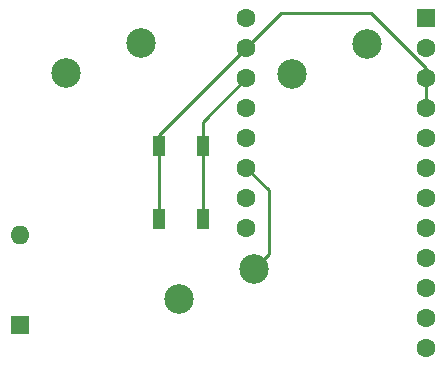
<source format=gbl>
%TF.GenerationSoftware,KiCad,Pcbnew,(6.0.8)*%
%TF.CreationDate,2024-06-02T21:29:15+02:00*%
%TF.ProjectId,micropad,6d696372-6f70-4616-942e-6b696361645f,rev?*%
%TF.SameCoordinates,Original*%
%TF.FileFunction,Copper,L2,Bot*%
%TF.FilePolarity,Positive*%
%FSLAX46Y46*%
G04 Gerber Fmt 4.6, Leading zero omitted, Abs format (unit mm)*
G04 Created by KiCad (PCBNEW (6.0.8)) date 2024-06-02 21:29:15*
%MOMM*%
%LPD*%
G01*
G04 APERTURE LIST*
%TA.AperFunction,ComponentPad*%
%ADD10R,1.600000X1.600000*%
%TD*%
%TA.AperFunction,ComponentPad*%
%ADD11C,1.600000*%
%TD*%
%TA.AperFunction,ComponentPad*%
%ADD12C,2.500000*%
%TD*%
%TA.AperFunction,SMDPad,CuDef*%
%ADD13R,1.100000X1.800000*%
%TD*%
%TA.AperFunction,ComponentPad*%
%ADD14O,1.600000X1.600000*%
%TD*%
%TA.AperFunction,Conductor*%
%ADD15C,0.250000*%
%TD*%
G04 APERTURE END LIST*
D10*
X75670000Y-49850000D03*
D11*
X75670000Y-52390000D03*
X75670000Y-54930000D03*
X75670000Y-57470000D03*
X75670000Y-60010000D03*
X75670000Y-62550000D03*
X75670000Y-65090000D03*
X75670000Y-67630000D03*
X75670000Y-70170000D03*
X75670000Y-72710000D03*
X75670000Y-75250000D03*
X75670000Y-77790000D03*
X60430000Y-67630000D03*
X60430000Y-65090000D03*
X60430000Y-62550000D03*
X60430000Y-60010000D03*
X60430000Y-57470000D03*
X60430000Y-54930000D03*
X60430000Y-52390000D03*
X60430000Y-49850000D03*
D12*
X61090000Y-71080000D03*
X54740000Y-73620000D03*
D13*
X53030000Y-60670000D03*
X53030000Y-66870000D03*
X56730000Y-66870000D03*
X56730000Y-60670000D03*
D14*
X41270000Y-68260000D03*
D10*
X41270000Y-75880000D03*
D12*
X64250000Y-54600000D03*
X70600000Y-52060000D03*
X51530000Y-52020000D03*
X45180000Y-54560000D03*
D15*
X62339999Y-64459999D02*
X60430000Y-62550000D01*
X62339999Y-69830001D02*
X62339999Y-64459999D01*
X61090000Y-71080000D02*
X62339999Y-69830001D01*
X75670000Y-54140000D02*
X75670000Y-54930000D01*
X70950000Y-49420000D02*
X75670000Y-54140000D01*
X63400000Y-49420000D02*
X70950000Y-49420000D01*
X60430000Y-52390000D02*
X63400000Y-49420000D01*
X53030000Y-59790000D02*
X60430000Y-52390000D01*
X53030000Y-60670000D02*
X53030000Y-59790000D01*
X56730000Y-58630000D02*
X60430000Y-54930000D01*
X56730000Y-60670000D02*
X56730000Y-58630000D01*
X56730000Y-66870000D02*
X56730000Y-60670000D01*
X53030000Y-66870000D02*
X53030000Y-60670000D01*
X75670000Y-57470000D02*
X75670000Y-54930000D01*
X54740000Y-73320000D02*
X54740000Y-73620000D01*
M02*

</source>
